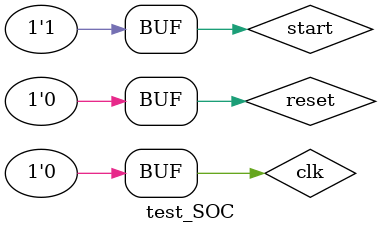
<source format=sv>
module test_SOC;

    // Inputs
    logic reset;
    logic clk;
    logic start;

    // Outputs
    logic red_led, green_led, led4grn, led3grn, led5grn, led_1red;
    logic uart_tx, uart_rx;

    // Waveform dump
    initial begin
        $dumpfile("waveform.vcd");
        $dumpvars(0, test_SOC);
        $dumpvars(1, test_SOC.bram_mmio.ram0[100]);
        $dumpvars(1, test_SOC.bram_mmio.ram1[100]);
        $dumpvars(1, test_SOC.bram_mmio.ram2[100]);
        $dumpvars(1, test_SOC.bram_mmio.ram3[100]);
        $dumpvars(1, test_SOC.bram_mmio.ram0[101]);
        $dumpvars(1, test_SOC.bram_mmio.ram1[102]);
        $dumpvars(1, test_SOC.bram_mmio.ram2[103]);
        $dumpvars(1, test_SOC.bram_mmio.ram3[104]);
        //$dumpvars(1, test_SOC.cpu.RegFile[1]);
        //$dumpvars(1, test_SOC.cpu.RegFile[2]);
        //$dumpvars(1, test_SOC.cpu.RegFile[5]);
        //$dumpvars(1, test_SOC.cpu.RegFile[11]);
        //$dumpvars(1, test_SOC.cpu.RegFile[14]);
        //$dumpvars(1, test_SOC.cpu.RegFile[15]);
    end

    // BUS
    logic [31:0] TomemReadData, memAddress, memWriteData;
    logic [31:0] bramReadData, gpioReadData, uartReadData;
    logic [3:0] byteMask;
    logic memWrite;

    // Clock generation
    initial begin
        clk = 0;
        repeat (5000) begin //600000
            #5 clk = ~clk;  // Generate clock signal with period 10 time units
        end
    end

    logic slowed_clk, resetn;

    // Test reset signal
    initial begin
        #10;
        reset = 0;
        #1000;
        reset = 1;
        #10;
        reset = 0;
        // Introduce another random reset
        //#1000;
        //reset = 1;
        //#10;
        //reset = 0;
    end

    // Enable start signal
    initial begin
        start = 0;
        #50;
        start = 1;
    end

    // Monitor outputs
    initial begin
        //$monitor("At time %t, reset = %0b, ledr_n = %0b, ledg_n = %0b", $time, reset, ledr_n, ledg_n);
        $monitor("At time %t, reset = %0b", $time, reset);
    end

    // Waveform dump
    initial begin
        $dumpfile("waveform.vcd");
        $dumpvars(0, test_SOC);
    end

    //Clockworks #(
    //    .SLOW(5) // Divide clock frequency by 2^10
    //) CW (
    //    .CLK(clk),
    //    .RESET(reset),
    //    .clk(slowed_clk),
    //    .resetn(resetn)
    //);


    // Instantiate CPU
    CPU cpu (
        .TomemReadData(TomemReadData),
        .memAddress(memAddress),
        .memWriteData(memWriteData),
        .byteMask(byteMask),
        .memWrite(memWrite),
        .reset(reset),
        .clk(clk)  // Use gated clock
    );

    // Memory decoder for the mmio.
    // 32'h0000_0000 - 32'h0000_07ff BRAM // Change to flash spi soon
    // 32'hFFFF_FFF0 - 32'hFFFF_FFF3 GPIO
    BRAM_MMIO bram_mmio (
        .clk(clk),  // Use gated clock
        .memAddress(memAddress),
        .memWriteData(memWriteData),
        .memWrite(memWrite),
        .memReadData(bramReadData), .byteMask(byteMask)
    );
    GPIO_MMIO # (
        .BASE_MEMORY(32'hFFFF_FFF0),
        .TOP_MEMORY(32'hFFFF_FFF3)
    ) gpio_mmio (
        .clk(clk),  // Use gated clock
        .reset(reset),
        .memAddress(memAddress),
        .memWriteData(memWriteData),
        .memWrite(memWrite),
        .byteMask(byteMask),
        .memReadData(gpioReadData),
        .led1(led_1red), .led3(led4grn), .led4(led3grn), .led5(led5grn)
    );
    UART_MMIO # (
        .BASE_MEMORY(32'hFFFF_FFF4),
        .TOP_MEMORY(32'hFFFF_FFF7)
    ) uart_mmio (
        .clk(clk),  // Use gated clock
        .reset(reset),
        .memAddress(memAddress),
        .memWriteData(memWriteData),
        .memWrite(memWrite),
        .byteMask(byteMask),
        .memReadData(uartReadData),
        .uart_tx(uart_tx), .uart_rx(uart_rx)
    );

    //defparam uart_mmio.CLKHF_DIV = "0b11";

    // Introduce a 1-cycle delay for the memory address since one memory access is its own state
    // Memory accesses are sequential, but we compare the address combinational, so it result in a mismatch
    // Since the data is only available in the next cycle but by then the address has changed
    // So we save the original address used to access the memory and use that to compare the data
    logic [31:0] delayedMemAddress;
    always_ff @(posedge clk or posedge reset) begin
        if (reset) begin
            delayedMemAddress <= 32'h0000_0000;  // Reset condition
        end else begin
            delayedMemAddress <= memAddress;     // Capture the address each cycle
        end
    end

    // Multiplexer for memReadData
    always_comb begin
        // BRAM
        if (delayedMemAddress >= bram_mmio.BASE_MEMORY && delayedMemAddress <= bram_mmio.TOP_MEMORY) begin
            TomemReadData = bramReadData;
        end else if (delayedMemAddress >= gpio_mmio.BASE_MEMORY && delayedMemAddress <= gpio_mmio.TOP_MEMORY) begin
            TomemReadData = gpioReadData;
        end else if (delayedMemAddress >= uart_mmio.BASE_MEMORY && delayedMemAddress <= uart_mmio.TOP_MEMORY) begin
            TomemReadData = uartReadData;
        end else begin
            TomemReadData = 32'h0000_0000;
        end
    end

endmodule

</source>
